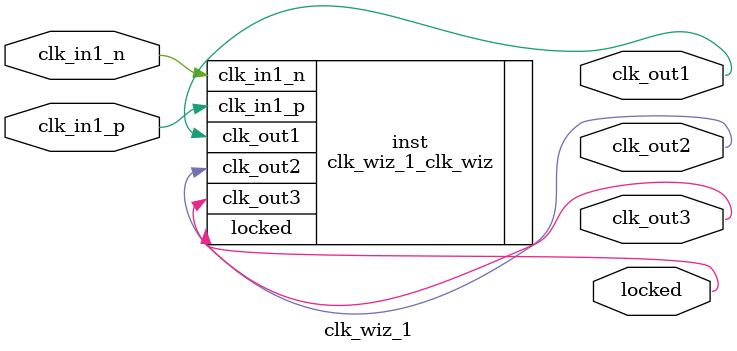
<source format=v>


`timescale 1ps/1ps

(* CORE_GENERATION_INFO = "clk_wiz_1,clk_wiz_v6_0_2_0_0,{component_name=clk_wiz_1,use_phase_alignment=true,use_min_o_jitter=false,use_max_i_jitter=false,use_dyn_phase_shift=false,use_inclk_switchover=false,use_dyn_reconfig=false,enable_axi=0,feedback_source=FDBK_AUTO,PRIMITIVE=MMCM,num_out_clk=3,clkin1_period=8.000,clkin2_period=10.000,use_power_down=false,use_reset=false,use_locked=true,use_inclk_stopped=false,feedback_type=SINGLE,CLOCK_MGR_TYPE=NA,manual_override=false}" *)

module clk_wiz_1 
 (
  // Clock out ports
  output        clk_out1,
  output        clk_out2,
  output        clk_out3,
  // Status and control signals
  output        locked,
 // Clock in ports
  input         clk_in1_p,
  input         clk_in1_n
 );

  clk_wiz_1_clk_wiz inst
  (
  // Clock out ports  
  .clk_out1(clk_out1),
  .clk_out2(clk_out2),
  .clk_out3(clk_out3),
  // Status and control signals               
  .locked(locked),
 // Clock in ports
  .clk_in1_p(clk_in1_p),
  .clk_in1_n(clk_in1_n)
  );

endmodule

</source>
